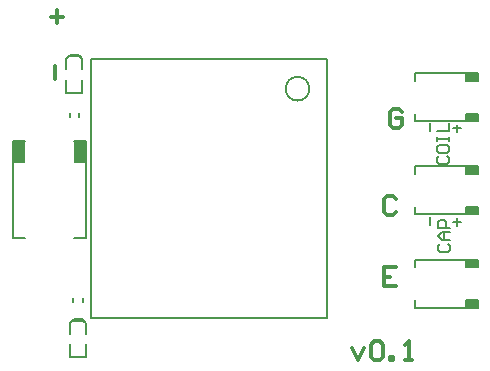
<source format=gto>
G04 Layer_Color=65535*
%FSLAX24Y24*%
%MOIN*%
G70*
G01*
G75*
%ADD18C,0.0118*%
%ADD47C,0.0079*%
%ADD48C,0.0050*%
%ADD49R,0.0433X0.0748*%
G36*
X15864Y5499D02*
X15464D01*
Y5749D01*
X15864D01*
Y5499D01*
D02*
G37*
G36*
Y3739D02*
X15464D01*
Y3989D01*
X15864D01*
Y3739D01*
D02*
G37*
G36*
Y2389D02*
X15464D01*
Y2639D01*
X15864D01*
Y2389D01*
D02*
G37*
G36*
Y9959D02*
X15464D01*
Y10209D01*
X15864D01*
Y9959D01*
D02*
G37*
G36*
Y8609D02*
X15464D01*
Y8859D01*
X15864D01*
Y8609D01*
D02*
G37*
G36*
Y6849D02*
X15464D01*
Y7099D01*
X15864D01*
Y6849D01*
D02*
G37*
D18*
X13136Y3740D02*
X12717D01*
Y3110D01*
X13136D01*
X12717Y3425D02*
X12926D01*
X13136Y5997D02*
X13031Y6102D01*
X12821D01*
X12717Y5997D01*
Y5577D01*
X12821Y5472D01*
X13031D01*
X13136Y5577D01*
X13333Y8911D02*
X13228Y9016D01*
X13018D01*
X12913Y8911D01*
Y8491D01*
X13018Y8386D01*
X13228D01*
X13333Y8491D01*
Y8701D01*
X13123D01*
X1772Y10433D02*
Y10013D01*
X1614Y12087D02*
X2034D01*
X1824Y12296D02*
Y11877D01*
X11654Y1050D02*
X11863Y630D01*
X12073Y1050D01*
X12283Y1155D02*
X12388Y1260D01*
X12598D01*
X12703Y1155D01*
Y735D01*
X12598Y630D01*
X12388D01*
X12283Y735D01*
Y1155D01*
X12913Y630D02*
Y735D01*
X13018D01*
Y630D01*
X12913D01*
X13438D02*
X13648D01*
X13543D01*
Y1260D01*
X13438Y1155D01*
D47*
X10236Y9685D02*
G03*
X10236Y9685I-394J0D01*
G01*
X354Y4724D02*
Y7953D01*
Y4724D02*
X748D01*
X354Y7953D02*
X748D01*
X2402Y4724D02*
X2795D01*
Y7953D01*
X2402D02*
X2795D01*
X2953Y2033D02*
X10827D01*
X2953D02*
Y10675D01*
X10827D01*
Y2033D02*
Y10675D01*
X14554Y7428D02*
X14488Y7362D01*
Y7231D01*
X14554Y7165D01*
X14816D01*
X14882Y7231D01*
Y7362D01*
X14816Y7428D01*
X14488Y7756D02*
Y7625D01*
X14554Y7559D01*
X14816D01*
X14882Y7625D01*
Y7756D01*
X14816Y7821D01*
X14554D01*
X14488Y7756D01*
Y7952D02*
Y8084D01*
Y8018D01*
X14882D01*
Y7952D01*
Y8084D01*
X14488Y8280D02*
X14882D01*
Y8543D01*
X14593Y4514D02*
X14528Y4449D01*
Y4318D01*
X14593Y4252D01*
X14856D01*
X14921Y4318D01*
Y4449D01*
X14856Y4514D01*
X14921Y4646D02*
X14659D01*
X14528Y4777D01*
X14659Y4908D01*
X14921D01*
X14724D01*
Y4646D01*
X14921Y5039D02*
X14528D01*
Y5236D01*
X14593Y5301D01*
X14724D01*
X14790Y5236D01*
Y5039D01*
X15158Y5118D02*
Y5380D01*
X15026Y5249D02*
X15289D01*
X15158Y8228D02*
Y8491D01*
X15026Y8360D02*
X15289D01*
X14252Y8268D02*
Y8530D01*
Y5157D02*
Y5420D01*
D48*
X2242Y8759D02*
Y8879D01*
X2562Y8759D02*
Y8879D01*
X2589Y10768D02*
X2667Y10689D01*
Y10335D02*
Y10689D01*
X2539Y10817D02*
X2598Y10758D01*
X2264Y10817D02*
X2539D01*
X2667Y9547D02*
Y9980D01*
X2215Y10768D02*
X2589D01*
X2195Y10748D02*
X2264Y10817D01*
X2136Y10689D02*
X2215Y10768D01*
X2136Y10335D02*
Y10689D01*
Y9547D02*
X2667D01*
X2136D02*
Y9980D01*
X15864Y6849D02*
Y7099D01*
X15464D02*
X15864D01*
X15464Y6849D02*
X15864D01*
X15464D02*
Y7099D01*
X15864Y5499D02*
Y5749D01*
X15464D02*
X15864D01*
X15464Y5499D02*
X15864D01*
X15464D02*
Y5749D01*
X13764Y7099D02*
X15464D01*
X13764Y6849D02*
Y7099D01*
Y5499D02*
X15464D01*
X13764D02*
Y5749D01*
X2360Y2578D02*
Y2698D01*
X2680Y2578D02*
Y2698D01*
X15864Y3739D02*
Y3989D01*
X15464D02*
X15864D01*
X15464Y3739D02*
X15864D01*
X15464D02*
Y3989D01*
X15864Y2389D02*
Y2639D01*
X15464D02*
X15864D01*
X15464Y2389D02*
X15864D01*
X15464D02*
Y2639D01*
X13764Y3989D02*
X15464D01*
X13764Y3739D02*
Y3989D01*
Y2389D02*
X15464D01*
X13764D02*
Y2639D01*
X15864Y9959D02*
Y10209D01*
X15464D02*
X15864D01*
X15464Y9959D02*
X15864D01*
X15464D02*
Y10209D01*
X15864Y8609D02*
Y8859D01*
X15464D02*
X15864D01*
X15464Y8609D02*
X15864D01*
X15464D02*
Y8859D01*
X13764Y10209D02*
X15464D01*
X13764Y9959D02*
Y10209D01*
Y8609D02*
X15464D01*
X13764D02*
Y8859D01*
X2254Y728D02*
Y1161D01*
Y1516D02*
Y1870D01*
X2333Y1949D01*
X2313Y1929D02*
X2382Y1998D01*
X2657D01*
X2254Y728D02*
X2785D01*
Y1161D01*
X2657Y1998D02*
X2717Y1939D01*
X2333Y1949D02*
X2707D01*
X2785Y1516D02*
Y1870D01*
X2707Y1949D02*
X2785Y1870D01*
D49*
X571Y7579D02*
D03*
X2579D02*
D03*
M02*

</source>
